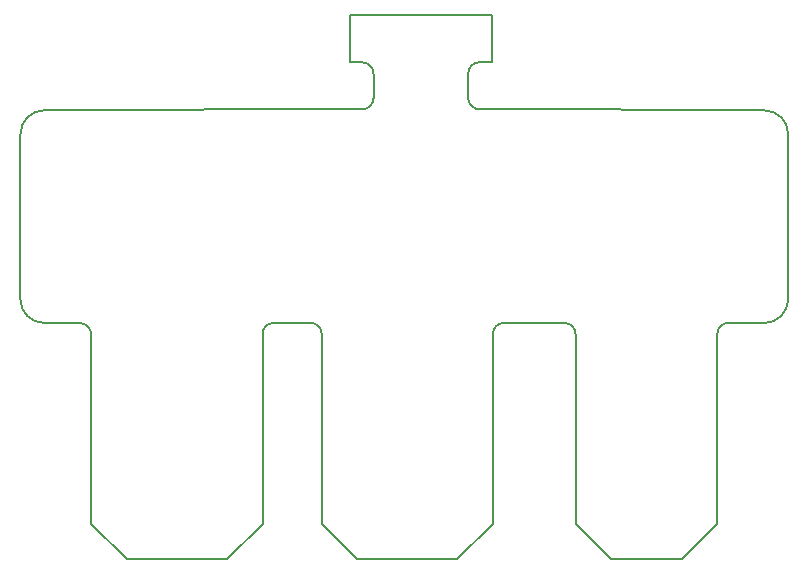
<source format=gbr>
G04 #@! TF.GenerationSoftware,KiCad,Pcbnew,(5.1.0)-1*
G04 #@! TF.CreationDate,2019-08-14T22:30:10+08:00*
G04 #@! TF.ProjectId,Kelvin Connector for Handheld LCR Meter,4b656c76-696e-4204-936f-6e6e6563746f,1.01*
G04 #@! TF.SameCoordinates,Original*
G04 #@! TF.FileFunction,Profile,NP*
%FSLAX46Y46*%
G04 Gerber Fmt 4.6, Leading zero omitted, Abs format (unit mm)*
G04 Created by KiCad (PCBNEW (5.1.0)-1) date 2019-08-14 22:30:10*
%MOMM*%
%LPD*%
G04 APERTURE LIST*
%ADD10C,0.200000*%
G04 APERTURE END LIST*
D10*
X212000000Y-84000000D02*
X212000000Y-86000000D01*
X212000000Y-86000000D02*
G75*
G02X211000000Y-87000000I-1000000J0D01*
G01*
X211000000Y-83000000D02*
G75*
G02X212000000Y-84000000I0J-1000000D01*
G01*
X220000000Y-84000000D02*
G75*
G02X221000000Y-83000000I1000000J0D01*
G01*
X221000000Y-87000000D02*
G75*
G02X220000000Y-86000000I0J1000000D01*
G01*
X220000000Y-84000000D02*
X220000000Y-86000000D01*
X211000000Y-87000000D02*
X184104000Y-87078000D01*
X221000000Y-87000000D02*
X245104000Y-87078000D01*
X220000000Y-85000000D02*
X220000000Y-86000000D01*
X222000000Y-83000000D02*
X221000000Y-83000000D01*
X222000000Y-79000000D02*
X222000000Y-83000000D01*
X210000000Y-79000000D02*
X222000000Y-79000000D01*
X210000000Y-83000000D02*
X210000000Y-79000000D01*
X211000000Y-83000000D02*
X210000000Y-83000000D01*
X229104000Y-122078000D02*
X232104000Y-125078000D01*
X238104000Y-125078000D02*
X241104000Y-122078000D01*
X247104000Y-103078000D02*
X247104000Y-89078000D01*
X188104000Y-122078000D02*
X191104000Y-125078000D01*
X199604000Y-125078000D02*
X202604000Y-122078000D01*
X207604000Y-122078000D02*
X210604000Y-125078000D01*
X219104000Y-125078000D02*
X222104000Y-122078000D01*
X182104000Y-89078000D02*
X182104000Y-103078000D01*
X184104000Y-105078000D02*
X187104000Y-105078000D01*
X188104000Y-106078000D02*
X188104000Y-122078000D01*
X191104000Y-125078000D02*
X199604000Y-125078000D01*
X229104000Y-106000120D02*
X229104000Y-122078000D01*
X232104000Y-125078000D02*
X238104000Y-125078000D01*
X241104000Y-106000120D02*
X241104000Y-122078000D01*
X223026120Y-105078000D02*
X228181879Y-105078000D01*
X242026120Y-105078000D02*
X245104000Y-105078000D01*
X202604000Y-106000120D02*
X202604000Y-122078000D01*
X203526120Y-105078000D02*
X206681879Y-105078000D01*
X207604000Y-106000120D02*
X207604000Y-122078000D01*
X210604000Y-125078000D02*
X219104000Y-125078000D01*
X222104000Y-106000120D02*
X222104000Y-122078000D01*
X228181879Y-105077999D02*
G75*
G02X229104000Y-106000120I0J-922121D01*
G01*
X241103999Y-106000120D02*
G75*
G02X242026120Y-105077999I922121J0D01*
G01*
X187104000Y-105078000D02*
G75*
G02X188104000Y-106078000I0J-1000000D01*
G01*
X202603999Y-106000120D02*
G75*
G02X203526120Y-105077999I922121J0D01*
G01*
X206681879Y-105077999D02*
G75*
G02X207604000Y-106000120I0J-922121D01*
G01*
X222103999Y-106000120D02*
G75*
G02X223026120Y-105077999I922121J0D01*
G01*
X247104000Y-103078000D02*
G75*
G02X245104000Y-105078000I-2000000J0D01*
G01*
X245104000Y-87078000D02*
G75*
G02X247104000Y-89078000I0J-2000000D01*
G01*
X182104000Y-89078000D02*
G75*
G02X184104000Y-87078000I2000000J0D01*
G01*
X184104000Y-105078000D02*
G75*
G02X182104000Y-103078000I0J2000000D01*
G01*
M02*

</source>
